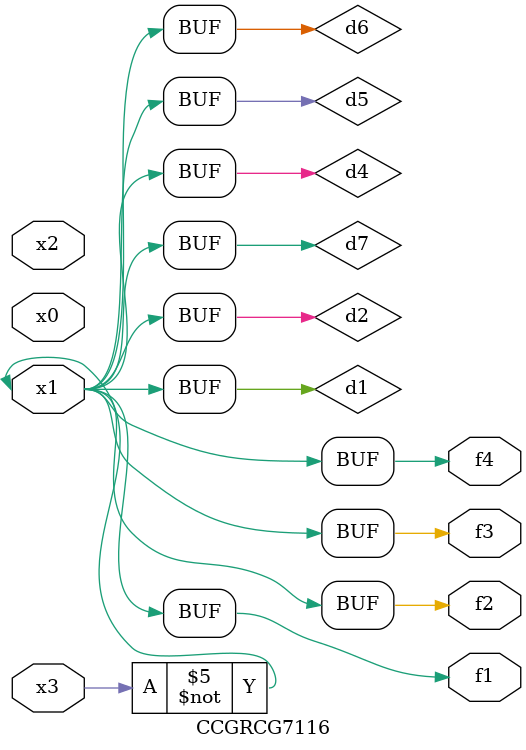
<source format=v>
module CCGRCG7116(
	input x0, x1, x2, x3,
	output f1, f2, f3, f4
);

	wire d1, d2, d3, d4, d5, d6, d7;

	not (d1, x3);
	buf (d2, x1);
	xnor (d3, d1, d2);
	nor (d4, d1);
	buf (d5, d1, d2);
	buf (d6, d4, d5);
	nand (d7, d4);
	assign f1 = d6;
	assign f2 = d7;
	assign f3 = d6;
	assign f4 = d6;
endmodule

</source>
